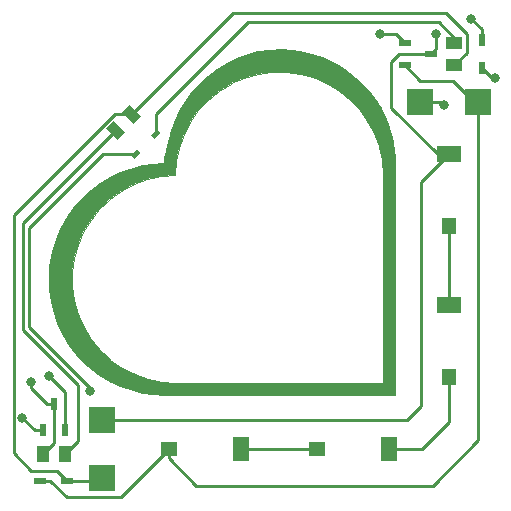
<source format=gbr>
%TF.GenerationSoftware,KiCad,Pcbnew,(5.1.12-1-g0a0a2da680)-1*%
%TF.CreationDate,2021-11-24T18:51:26+01:00*%
%TF.ProjectId,loveu,6c6f7665-752e-46b6-9963-61645f706362,rev?*%
%TF.SameCoordinates,Original*%
%TF.FileFunction,Copper,L1,Top*%
%TF.FilePolarity,Positive*%
%FSLAX46Y46*%
G04 Gerber Fmt 4.6, Leading zero omitted, Abs format (unit mm)*
G04 Created by KiCad (PCBNEW (5.1.12-1-g0a0a2da680)-1) date 2021-11-24 18:51:26*
%MOMM*%
%LPD*%
G01*
G04 APERTURE LIST*
%TA.AperFunction,SMDPad,CuDef*%
%ADD10C,0.100000*%
%TD*%
%TA.AperFunction,SMDPad,CuDef*%
%ADD11R,1.000000X1.450000*%
%TD*%
%TA.AperFunction,SMDPad,CuDef*%
%ADD12R,1.450000X1.000000*%
%TD*%
%TA.AperFunction,SMDPad,CuDef*%
%ADD13R,1.050000X0.600000*%
%TD*%
%TA.AperFunction,SMDPad,CuDef*%
%ADD14R,0.600000X1.050000*%
%TD*%
%TA.AperFunction,SMDPad,CuDef*%
%ADD15R,0.500000X1.075000*%
%TD*%
%TA.AperFunction,SMDPad,CuDef*%
%ADD16R,1.075000X0.500000*%
%TD*%
%TA.AperFunction,SMDPad,CuDef*%
%ADD17R,2.300000X2.300000*%
%TD*%
%TA.AperFunction,SMDPad,CuDef*%
%ADD18R,2.000000X1.400000*%
%TD*%
%TA.AperFunction,SMDPad,CuDef*%
%ADD19R,1.200000X1.400000*%
%TD*%
%TA.AperFunction,SMDPad,CuDef*%
%ADD20R,1.400000X2.000000*%
%TD*%
%TA.AperFunction,SMDPad,CuDef*%
%ADD21R,1.400000X1.200000*%
%TD*%
%TA.AperFunction,ViaPad*%
%ADD22C,0.800000*%
%TD*%
%TA.AperFunction,Conductor*%
%ADD23C,0.250000*%
%TD*%
%TA.AperFunction,NonConductor*%
%ADD24C,0.025400*%
%TD*%
%TA.AperFunction,NonConductor*%
%ADD25C,0.100000*%
%TD*%
G04 APERTURE END LIST*
%TA.AperFunction,SMDPad,CuDef*%
D10*
%TO.P,DP1,2*%
%TO.N,Net-(DP1-Pad2)*%
G36*
X119951579Y-82645406D02*
G01*
X119442462Y-83154523D01*
X119145477Y-82857538D01*
X119654594Y-82348421D01*
X119951579Y-82645406D01*
G37*
%TD.AperFunction*%
%TA.AperFunction,SMDPad,CuDef*%
%TO.P,DP1,1*%
%TO.N,Net-(DP1-Pad1)*%
G36*
X118254523Y-84342462D02*
G01*
X117745406Y-84851579D01*
X117448421Y-84554594D01*
X117957538Y-84045477D01*
X118254523Y-84342462D01*
G37*
%TD.AperFunction*%
%TD*%
%TA.AperFunction,SMDPad,CuDef*%
%TO.P,LED1,2*%
%TO.N,Net-(C1-Pad1)*%
G36*
X117698528Y-81891422D02*
G01*
X116708578Y-80901472D01*
X117344974Y-80265076D01*
X118334924Y-81255026D01*
X117698528Y-81891422D01*
G37*
%TD.AperFunction*%
%TA.AperFunction,SMDPad,CuDef*%
%TO.P,LED1,1*%
%TO.N,Net-(LED1-Pad1)*%
G36*
X116355026Y-83234924D02*
G01*
X115365076Y-82244974D01*
X116001472Y-81608578D01*
X116991422Y-82598528D01*
X116355026Y-83234924D01*
G37*
%TD.AperFunction*%
%TD*%
D11*
%TO.P,R2,2*%
%TO.N,Net-(Q1-Pad3)*%
X109968410Y-109838487D03*
%TO.P,R2,1*%
%TO.N,Net-(LED1-Pad1)*%
X111868410Y-109838487D03*
%TD*%
D12*
%TO.P,R1,1*%
%TO.N,Net-(C1-Pad1)*%
X144838487Y-76931590D03*
%TO.P,R1,2*%
%TO.N,Net-(DP1-Pad2)*%
X144838487Y-75031590D03*
%TD*%
D13*
%TO.P,Q2,1*%
%TO.N,Net-(Q1-Pad3)*%
X140638487Y-75031590D03*
%TO.P,Q2,2*%
%TO.N,Net-(BPW1-Pad1)*%
X140638487Y-76931590D03*
%TO.P,Q2,3*%
%TO.N,Net-(BPW4-Pad2)*%
X142838487Y-75981590D03*
%TD*%
D14*
%TO.P,Q1,3*%
%TO.N,Net-(Q1-Pad3)*%
X110918410Y-105638487D03*
%TO.P,Q1,2*%
%TO.N,Net-(C2-Pad2)*%
X111868410Y-107838487D03*
%TO.P,Q1,1*%
%TO.N,Net-(DP1-Pad1)*%
X109968410Y-107838487D03*
%TD*%
D15*
%TO.P,D2,1*%
%TO.N,Net-(BPW4-Pad2)*%
X147138486Y-74819589D03*
%TO.P,D2,2*%
%TO.N,Net-(C2-Pad2)*%
X147138486Y-77143589D03*
%TD*%
D16*
%TO.P,D1,1*%
%TO.N,Net-(C1-Pad1)*%
X112080409Y-112138486D03*
%TO.P,D1,2*%
%TO.N,Net-(BPW1-Pad1)*%
X109756409Y-112138486D03*
%TD*%
D17*
%TO.P,C2,2*%
%TO.N,Net-(C2-Pad2)*%
X141925000Y-80000000D03*
%TO.P,C2,1*%
%TO.N,Net-(BPW1-Pad1)*%
X146825000Y-80000000D03*
%TD*%
%TO.P,C1,2*%
%TO.N,Net-(BPW4-Pad2)*%
X115000000Y-106925000D03*
%TO.P,C1,1*%
%TO.N,Net-(C1-Pad1)*%
X115000000Y-111825000D03*
%TD*%
D18*
%TO.P,BPW4,2*%
%TO.N,Net-(BPW4-Pad2)*%
X144370000Y-84450000D03*
D19*
%TO.P,BPW4,1*%
%TO.N,Net-(BPW3-Pad2)*%
X144370000Y-90550000D03*
%TD*%
D18*
%TO.P,BPW3,2*%
%TO.N,Net-(BPW3-Pad2)*%
X144375000Y-97200000D03*
D19*
%TO.P,BPW3,1*%
%TO.N,Net-(BPW2-Pad2)*%
X144375000Y-103300000D03*
%TD*%
D20*
%TO.P,BPW2,2*%
%TO.N,Net-(BPW2-Pad2)*%
X139300000Y-109375000D03*
D21*
%TO.P,BPW2,1*%
%TO.N,Net-(BPW1-Pad2)*%
X133200000Y-109375000D03*
%TD*%
D20*
%TO.P,BPW1,2*%
%TO.N,Net-(BPW1-Pad2)*%
X126800000Y-109375000D03*
D21*
%TO.P,BPW1,1*%
%TO.N,Net-(BPW1-Pad1)*%
X120700000Y-109375000D03*
%TD*%
D22*
%TO.N,Net-(BPW4-Pad2)*%
X146250000Y-73000000D03*
X143250000Y-74250000D03*
%TO.N,Net-(C2-Pad2)*%
X144000000Y-80250000D03*
X148250000Y-78000000D03*
X110500000Y-103250000D03*
%TO.N,Net-(DP1-Pad1)*%
X114000000Y-104500000D03*
X108250000Y-106750000D03*
%TO.N,Net-(Q1-Pad3)*%
X109000000Y-103750000D03*
X138500000Y-74250000D03*
%TD*%
D23*
%TO.N,Net-(BPW1-Pad2)*%
X133200000Y-109375000D02*
X126800000Y-109375000D01*
%TO.N,Net-(BPW1-Pad1)*%
X146825000Y-80000000D02*
X146500000Y-80000000D01*
X146500000Y-80000000D02*
X144750000Y-78250000D01*
X141956897Y-78250000D02*
X140638487Y-76931590D01*
X144750000Y-78250000D02*
X141956897Y-78250000D01*
X109756409Y-112138486D02*
X110638486Y-112138486D01*
X110638486Y-112138486D02*
X112000000Y-113500000D01*
X116575000Y-113500000D02*
X120700000Y-109375000D01*
X112000000Y-113500000D02*
X116575000Y-113500000D01*
X120700000Y-109375000D02*
X120700000Y-110200000D01*
X120700000Y-110200000D02*
X123000000Y-112500000D01*
X123000000Y-112500000D02*
X143000000Y-112500000D01*
X146825000Y-108675000D02*
X146825000Y-80000000D01*
X143000000Y-112500000D02*
X146825000Y-108675000D01*
%TO.N,Net-(BPW2-Pad2)*%
X144375000Y-103300000D02*
X144375000Y-107125000D01*
X142125000Y-109375000D02*
X139300000Y-109375000D01*
X144375000Y-107125000D02*
X142125000Y-109375000D01*
%TO.N,Net-(BPW3-Pad2)*%
X144370000Y-97195000D02*
X144375000Y-97200000D01*
X144370000Y-90550000D02*
X144370000Y-97195000D01*
%TO.N,Net-(BPW4-Pad2)*%
X147138486Y-73888486D02*
X146250000Y-73000000D01*
X147138486Y-74819589D02*
X147138486Y-73888486D01*
X143250000Y-75570077D02*
X142838487Y-75981590D01*
X143250000Y-74250000D02*
X143250000Y-75570077D01*
X140178485Y-75981590D02*
X139500000Y-76660075D01*
X142838487Y-75981590D02*
X140178485Y-75981590D01*
X139500000Y-76660075D02*
X139500000Y-80500000D01*
X143450000Y-84450000D02*
X144370000Y-84450000D01*
X139500000Y-80500000D02*
X143450000Y-84450000D01*
X144370000Y-84450000D02*
X142000000Y-86820000D01*
X142000000Y-86820000D02*
X142000000Y-105750000D01*
X140825000Y-106925000D02*
X115000000Y-106925000D01*
X142000000Y-105750000D02*
X140825000Y-106925000D01*
%TO.N,Net-(C1-Pad1)*%
X114686514Y-112138486D02*
X115000000Y-111825000D01*
X112080409Y-112138486D02*
X114686514Y-112138486D01*
X126100000Y-72500000D02*
X117521751Y-81078249D01*
X144116899Y-72500000D02*
X126100000Y-72500000D01*
X145888488Y-74271589D02*
X144116899Y-72500000D01*
X145888488Y-75881589D02*
X145888488Y-74271589D01*
X144838487Y-76931590D02*
X145888488Y-75881589D01*
X116072165Y-81078249D02*
X117521751Y-81078249D01*
X107524999Y-89625415D02*
X116072165Y-81078249D01*
X107524999Y-109774999D02*
X107524999Y-89625415D01*
X109000000Y-111250000D02*
X107524999Y-109774999D01*
X111191923Y-111250000D02*
X109000000Y-111250000D01*
X112080409Y-112138486D02*
X111191923Y-111250000D01*
%TO.N,Net-(C2-Pad2)*%
X143750000Y-80000000D02*
X144000000Y-80250000D01*
X141925000Y-80000000D02*
X143750000Y-80000000D01*
X147994897Y-78000000D02*
X147138486Y-77143589D01*
X148250000Y-78000000D02*
X147994897Y-78000000D01*
X111868410Y-104618410D02*
X111868410Y-107838487D01*
X110500000Y-103250000D02*
X111868410Y-104618410D01*
%TO.N,Net-(DP1-Pad2)*%
X119548528Y-81051472D02*
X119548528Y-82751472D01*
X127350000Y-73250000D02*
X119548528Y-81051472D01*
X143500000Y-73250000D02*
X127350000Y-73250000D01*
X144838487Y-74588487D02*
X143500000Y-73250000D01*
X144838487Y-75031590D02*
X144838487Y-74588487D01*
%TO.N,Net-(DP1-Pad1)*%
X109338487Y-107838487D02*
X108250000Y-106750000D01*
X109968410Y-107838487D02*
X109338487Y-107838487D01*
X116687882Y-84448528D02*
X117851472Y-84448528D01*
X115051472Y-84448528D02*
X116687882Y-84448528D01*
X108800010Y-90699990D02*
X115051472Y-84448528D01*
X108800010Y-99050010D02*
X108800010Y-90699990D01*
X114000000Y-104250000D02*
X108800010Y-99050010D01*
X114000000Y-104500000D02*
X114000000Y-104250000D01*
%TO.N,Net-(LED1-Pad1)*%
X113000000Y-108706897D02*
X111868410Y-109838487D01*
X113000000Y-104000000D02*
X113000000Y-108706897D01*
X108350000Y-90350000D02*
X108350000Y-99350000D01*
X108350000Y-99350000D02*
X113000000Y-104000000D01*
X108300000Y-90300000D02*
X108350000Y-90350000D01*
X116178249Y-82421751D02*
X108300000Y-90300000D01*
%TO.N,Net-(Q1-Pad3)*%
X110918410Y-108888487D02*
X110918410Y-105638487D01*
X109968410Y-109838487D02*
X110918410Y-108888487D01*
X110918410Y-105638487D02*
X110388487Y-105638487D01*
X109000000Y-104250000D02*
X109000000Y-103750000D01*
X110388487Y-105638487D02*
X109000000Y-104250000D01*
X139856897Y-74250000D02*
X140638487Y-75031590D01*
X138500000Y-74250000D02*
X139856897Y-74250000D01*
%TD*%
D24*
X131128610Y-75622646D02*
X132067411Y-75782442D01*
X133036338Y-76022177D01*
X133655176Y-76241764D01*
X133974610Y-76391499D01*
X133974638Y-76391513D01*
X134704054Y-76731241D01*
X135423040Y-77160636D01*
X135772437Y-77410204D01*
X136371945Y-77869828D01*
X136781196Y-78229170D01*
X137190781Y-78658734D01*
X137330694Y-78808642D01*
X137460694Y-78948642D01*
X137460735Y-78948686D01*
X137610193Y-79108107D01*
X137689729Y-79217470D01*
X137689840Y-79217620D01*
X137779777Y-79337536D01*
X137939729Y-79557470D01*
X137939759Y-79557510D01*
X138049729Y-79707470D01*
X138129729Y-79817470D01*
X138179541Y-79887207D01*
X138279308Y-80036857D01*
X138439184Y-80296656D01*
X138439285Y-80296818D01*
X138509123Y-80406563D01*
X138588801Y-80546000D01*
X138888554Y-81145506D01*
X138958491Y-81295371D01*
X138958492Y-81295371D01*
X139018469Y-81425322D01*
X139018641Y-81425680D01*
X139078345Y-81545087D01*
X139108025Y-81624235D01*
X139387893Y-82463839D01*
X139417816Y-82563584D01*
X139467743Y-82733335D01*
X139487679Y-82813080D01*
X139487836Y-82813649D01*
X139517748Y-82913354D01*
X139537649Y-82992960D01*
X139567625Y-83122856D01*
X139567679Y-83123080D01*
X139607580Y-83282683D01*
X139627505Y-83392272D01*
X139627518Y-83392340D01*
X139657466Y-83552065D01*
X139677416Y-83691712D01*
X139707407Y-83921643D01*
X139707416Y-83921716D01*
X139737416Y-84141716D01*
X139737473Y-84142088D01*
X139767362Y-84321420D01*
X139777322Y-84490746D01*
X139777330Y-84490874D01*
X139817300Y-85070442D01*
X139827294Y-104837313D01*
X120575365Y-104857300D01*
X120240757Y-104837323D01*
X120240682Y-104837318D01*
X119311442Y-104787359D01*
X118402637Y-104627569D01*
X117353682Y-104367828D01*
X116494901Y-104058267D01*
X115636066Y-103648822D01*
X114757109Y-103109462D01*
X113958054Y-102520160D01*
X113329084Y-101951091D01*
X112669823Y-101191943D01*
X112150468Y-100522773D01*
X111681214Y-99753995D01*
X111221768Y-98765188D01*
X110902186Y-97866364D01*
X110672462Y-96917503D01*
X110522660Y-95978746D01*
X110482713Y-94980070D01*
X110510016Y-94450385D01*
X112479566Y-94450385D01*
X112479567Y-94450780D01*
X112485799Y-95641031D01*
X112485967Y-95643316D01*
X112486120Y-95645755D01*
X112486174Y-95646146D01*
X112653884Y-96824538D01*
X112654369Y-96826820D01*
X112654844Y-96829175D01*
X112654950Y-96829555D01*
X112981035Y-97974285D01*
X112981830Y-97976493D01*
X112982616Y-97978748D01*
X112982773Y-97979110D01*
X113461198Y-99068993D01*
X113462302Y-99071104D01*
X113463370Y-99073200D01*
X113463574Y-99073538D01*
X114085488Y-100088409D01*
X114086851Y-100090327D01*
X114088210Y-100092282D01*
X114088458Y-100092588D01*
X114842351Y-101013666D01*
X114843977Y-101015397D01*
X114845574Y-101017134D01*
X114845862Y-101017404D01*
X115717784Y-101827644D01*
X115719616Y-101829128D01*
X115721447Y-101830642D01*
X115721769Y-101830871D01*
X116695586Y-102515281D01*
X116697592Y-102516496D01*
X116699623Y-102517755D01*
X116699973Y-102517938D01*
X117757664Y-103063854D01*
X117759837Y-103064794D01*
X117762000Y-103065757D01*
X117762371Y-103065891D01*
X118884368Y-103463210D01*
X118886611Y-103463836D01*
X118888921Y-103464507D01*
X118889307Y-103464589D01*
X120054844Y-103705961D01*
X120057147Y-103706276D01*
X120059531Y-103706628D01*
X120059925Y-103706657D01*
X121246894Y-103787576D01*
X121248152Y-103787700D01*
X138748153Y-103787700D01*
X138750000Y-103787882D01*
X138757390Y-103787154D01*
X138764497Y-103784998D01*
X138771046Y-103781498D01*
X138776787Y-103776787D01*
X138781498Y-103771046D01*
X138784998Y-103764497D01*
X138787154Y-103757390D01*
X138787700Y-103751847D01*
X138787882Y-103750000D01*
X138787700Y-103748153D01*
X138787700Y-86248153D01*
X138787690Y-86248050D01*
X138787219Y-86158175D01*
X138787133Y-86157002D01*
X138787133Y-86155808D01*
X138787104Y-86155414D01*
X138693717Y-84968816D01*
X138693377Y-84966517D01*
X138693050Y-84964129D01*
X138692968Y-84963743D01*
X138439405Y-83800797D01*
X138438752Y-83798550D01*
X138438108Y-83796244D01*
X138437974Y-83795872D01*
X138028927Y-82678098D01*
X138027979Y-82675970D01*
X138027024Y-82673763D01*
X138026841Y-82673413D01*
X137469879Y-81621496D01*
X137468637Y-81619492D01*
X137467406Y-81617460D01*
X137467177Y-81617138D01*
X136772607Y-80650541D01*
X136771105Y-80648726D01*
X136769608Y-80646877D01*
X136769338Y-80646589D01*
X135950012Y-79783199D01*
X135948248Y-79781577D01*
X135946544Y-79779977D01*
X135946237Y-79779728D01*
X135017316Y-79035522D01*
X135015401Y-79034191D01*
X135013442Y-79032799D01*
X135013112Y-79032600D01*
X135013105Y-79032595D01*
X135013098Y-79032592D01*
X133991777Y-78421344D01*
X133989697Y-78420284D01*
X133987571Y-78419173D01*
X133987208Y-78419016D01*
X132892374Y-77952030D01*
X132890210Y-77951277D01*
X132887911Y-77950449D01*
X132887531Y-77950343D01*
X131739450Y-77636263D01*
X131737157Y-77635801D01*
X131734814Y-77635303D01*
X131734423Y-77635250D01*
X130554338Y-77479889D01*
X130552045Y-77479745D01*
X130549614Y-77479566D01*
X130549219Y-77479567D01*
X129358969Y-77485799D01*
X129356633Y-77485970D01*
X129354245Y-77486121D01*
X129353854Y-77486174D01*
X128175461Y-77653884D01*
X128173160Y-77654373D01*
X128170825Y-77654844D01*
X128170445Y-77654950D01*
X127025715Y-77981035D01*
X127023507Y-77981830D01*
X127021252Y-77982616D01*
X127020889Y-77982773D01*
X125931007Y-78461199D01*
X125928937Y-78462281D01*
X125926800Y-78463370D01*
X125926462Y-78463574D01*
X124911592Y-79085487D01*
X124909674Y-79086850D01*
X124907719Y-79088209D01*
X124907412Y-79088458D01*
X123986335Y-79842351D01*
X123984677Y-79843909D01*
X123982867Y-79845573D01*
X123982596Y-79845861D01*
X123172356Y-80717784D01*
X123170876Y-80719611D01*
X123169357Y-80721448D01*
X123169128Y-80721770D01*
X122484719Y-81695586D01*
X122483516Y-81697573D01*
X122482245Y-81699623D01*
X122482062Y-81699973D01*
X121936146Y-82757665D01*
X121935214Y-82759819D01*
X121934243Y-82762000D01*
X121934109Y-82762371D01*
X121536790Y-83884367D01*
X121536164Y-83886610D01*
X121535493Y-83888920D01*
X121535411Y-83889306D01*
X121294039Y-85054844D01*
X121293723Y-85057153D01*
X121293372Y-85059531D01*
X121293343Y-85059925D01*
X121214770Y-86212485D01*
X121158175Y-86212781D01*
X121157002Y-86212867D01*
X121155808Y-86212867D01*
X121155414Y-86212896D01*
X119968816Y-86306283D01*
X119966517Y-86306623D01*
X119964129Y-86306950D01*
X119963743Y-86307032D01*
X118800797Y-86560595D01*
X118798550Y-86561248D01*
X118796244Y-86561892D01*
X118795872Y-86562026D01*
X117678098Y-86971073D01*
X117675970Y-86972021D01*
X117673763Y-86972976D01*
X117673413Y-86973159D01*
X116621496Y-87530121D01*
X116619492Y-87531363D01*
X116617460Y-87532594D01*
X116617138Y-87532823D01*
X115650541Y-88227393D01*
X115648726Y-88228895D01*
X115646877Y-88230392D01*
X115646589Y-88230662D01*
X114783199Y-89049988D01*
X114781577Y-89051752D01*
X114779977Y-89053456D01*
X114779728Y-89053763D01*
X114035522Y-89982684D01*
X114034191Y-89984599D01*
X114032799Y-89986558D01*
X114032600Y-89986888D01*
X114032595Y-89986895D01*
X114032592Y-89986902D01*
X113421344Y-91008223D01*
X113420284Y-91010303D01*
X113419173Y-91012429D01*
X113419016Y-91012792D01*
X112952030Y-92107626D01*
X112951277Y-92109790D01*
X112950449Y-92112089D01*
X112950343Y-92112469D01*
X112636263Y-93260550D01*
X112635801Y-93262843D01*
X112635303Y-93265186D01*
X112635250Y-93265577D01*
X112479889Y-94445662D01*
X112479745Y-94447948D01*
X112479566Y-94450385D01*
X110510016Y-94450385D01*
X110532645Y-94011399D01*
X110692440Y-93072598D01*
X110922179Y-92143657D01*
X111241741Y-91244887D01*
X111481371Y-90745659D01*
X111681142Y-90356106D01*
X112130598Y-89587036D01*
X112370160Y-89267620D01*
X112370262Y-89267482D01*
X112719845Y-88788053D01*
X113358934Y-88089051D01*
X114078058Y-87449829D01*
X114817092Y-86890560D01*
X115675987Y-86381215D01*
X116534878Y-85971744D01*
X117403754Y-85662144D01*
X118392495Y-85402475D01*
X119321172Y-85272660D01*
X120200577Y-85232687D01*
X120203041Y-85232331D01*
X120205388Y-85231500D01*
X120207528Y-85230228D01*
X120209379Y-85228563D01*
X120210869Y-85226569D01*
X120211942Y-85224322D01*
X120212527Y-85222088D01*
X120252512Y-84982178D01*
X120292504Y-84757223D01*
X120292508Y-84757199D01*
X120332461Y-84529968D01*
X120382404Y-84302726D01*
X120382433Y-84302590D01*
X120432433Y-84062590D01*
X120482386Y-83832810D01*
X120592270Y-83363302D01*
X120662150Y-83133698D01*
X120662160Y-83133665D01*
X120882160Y-82403665D01*
X120942027Y-82214088D01*
X121181731Y-81554902D01*
X121611133Y-80646166D01*
X122290394Y-79587318D01*
X122659787Y-79108106D01*
X123309004Y-78378986D01*
X123968084Y-77789808D01*
X124717170Y-77220503D01*
X125566019Y-76701207D01*
X126424791Y-76301778D01*
X127333684Y-75982167D01*
X128232484Y-75752474D01*
X129211162Y-75612663D01*
X130149946Y-75572714D01*
X131128610Y-75622646D01*
%TA.AperFunction,NonConductor*%
D25*
G36*
X131128610Y-75622646D02*
G01*
X132067411Y-75782442D01*
X133036338Y-76022177D01*
X133655176Y-76241764D01*
X133974610Y-76391499D01*
X133974638Y-76391513D01*
X134704054Y-76731241D01*
X135423040Y-77160636D01*
X135772437Y-77410204D01*
X136371945Y-77869828D01*
X136781196Y-78229170D01*
X137190781Y-78658734D01*
X137330694Y-78808642D01*
X137460694Y-78948642D01*
X137460735Y-78948686D01*
X137610193Y-79108107D01*
X137689729Y-79217470D01*
X137689840Y-79217620D01*
X137779777Y-79337536D01*
X137939729Y-79557470D01*
X137939759Y-79557510D01*
X138049729Y-79707470D01*
X138129729Y-79817470D01*
X138179541Y-79887207D01*
X138279308Y-80036857D01*
X138439184Y-80296656D01*
X138439285Y-80296818D01*
X138509123Y-80406563D01*
X138588801Y-80546000D01*
X138888554Y-81145506D01*
X138958491Y-81295371D01*
X138958492Y-81295371D01*
X139018469Y-81425322D01*
X139018641Y-81425680D01*
X139078345Y-81545087D01*
X139108025Y-81624235D01*
X139387893Y-82463839D01*
X139417816Y-82563584D01*
X139467743Y-82733335D01*
X139487679Y-82813080D01*
X139487836Y-82813649D01*
X139517748Y-82913354D01*
X139537649Y-82992960D01*
X139567625Y-83122856D01*
X139567679Y-83123080D01*
X139607580Y-83282683D01*
X139627505Y-83392272D01*
X139627518Y-83392340D01*
X139657466Y-83552065D01*
X139677416Y-83691712D01*
X139707407Y-83921643D01*
X139707416Y-83921716D01*
X139737416Y-84141716D01*
X139737473Y-84142088D01*
X139767362Y-84321420D01*
X139777322Y-84490746D01*
X139777330Y-84490874D01*
X139817300Y-85070442D01*
X139827294Y-104837313D01*
X120575365Y-104857300D01*
X120240757Y-104837323D01*
X120240682Y-104837318D01*
X119311442Y-104787359D01*
X118402637Y-104627569D01*
X117353682Y-104367828D01*
X116494901Y-104058267D01*
X115636066Y-103648822D01*
X114757109Y-103109462D01*
X113958054Y-102520160D01*
X113329084Y-101951091D01*
X112669823Y-101191943D01*
X112150468Y-100522773D01*
X111681214Y-99753995D01*
X111221768Y-98765188D01*
X110902186Y-97866364D01*
X110672462Y-96917503D01*
X110522660Y-95978746D01*
X110482713Y-94980070D01*
X110510016Y-94450385D01*
X112479566Y-94450385D01*
X112479567Y-94450780D01*
X112485799Y-95641031D01*
X112485967Y-95643316D01*
X112486120Y-95645755D01*
X112486174Y-95646146D01*
X112653884Y-96824538D01*
X112654369Y-96826820D01*
X112654844Y-96829175D01*
X112654950Y-96829555D01*
X112981035Y-97974285D01*
X112981830Y-97976493D01*
X112982616Y-97978748D01*
X112982773Y-97979110D01*
X113461198Y-99068993D01*
X113462302Y-99071104D01*
X113463370Y-99073200D01*
X113463574Y-99073538D01*
X114085488Y-100088409D01*
X114086851Y-100090327D01*
X114088210Y-100092282D01*
X114088458Y-100092588D01*
X114842351Y-101013666D01*
X114843977Y-101015397D01*
X114845574Y-101017134D01*
X114845862Y-101017404D01*
X115717784Y-101827644D01*
X115719616Y-101829128D01*
X115721447Y-101830642D01*
X115721769Y-101830871D01*
X116695586Y-102515281D01*
X116697592Y-102516496D01*
X116699623Y-102517755D01*
X116699973Y-102517938D01*
X117757664Y-103063854D01*
X117759837Y-103064794D01*
X117762000Y-103065757D01*
X117762371Y-103065891D01*
X118884368Y-103463210D01*
X118886611Y-103463836D01*
X118888921Y-103464507D01*
X118889307Y-103464589D01*
X120054844Y-103705961D01*
X120057147Y-103706276D01*
X120059531Y-103706628D01*
X120059925Y-103706657D01*
X121246894Y-103787576D01*
X121248152Y-103787700D01*
X138748153Y-103787700D01*
X138750000Y-103787882D01*
X138757390Y-103787154D01*
X138764497Y-103784998D01*
X138771046Y-103781498D01*
X138776787Y-103776787D01*
X138781498Y-103771046D01*
X138784998Y-103764497D01*
X138787154Y-103757390D01*
X138787700Y-103751847D01*
X138787882Y-103750000D01*
X138787700Y-103748153D01*
X138787700Y-86248153D01*
X138787690Y-86248050D01*
X138787219Y-86158175D01*
X138787133Y-86157002D01*
X138787133Y-86155808D01*
X138787104Y-86155414D01*
X138693717Y-84968816D01*
X138693377Y-84966517D01*
X138693050Y-84964129D01*
X138692968Y-84963743D01*
X138439405Y-83800797D01*
X138438752Y-83798550D01*
X138438108Y-83796244D01*
X138437974Y-83795872D01*
X138028927Y-82678098D01*
X138027979Y-82675970D01*
X138027024Y-82673763D01*
X138026841Y-82673413D01*
X137469879Y-81621496D01*
X137468637Y-81619492D01*
X137467406Y-81617460D01*
X137467177Y-81617138D01*
X136772607Y-80650541D01*
X136771105Y-80648726D01*
X136769608Y-80646877D01*
X136769338Y-80646589D01*
X135950012Y-79783199D01*
X135948248Y-79781577D01*
X135946544Y-79779977D01*
X135946237Y-79779728D01*
X135017316Y-79035522D01*
X135015401Y-79034191D01*
X135013442Y-79032799D01*
X135013112Y-79032600D01*
X135013105Y-79032595D01*
X135013098Y-79032592D01*
X133991777Y-78421344D01*
X133989697Y-78420284D01*
X133987571Y-78419173D01*
X133987208Y-78419016D01*
X132892374Y-77952030D01*
X132890210Y-77951277D01*
X132887911Y-77950449D01*
X132887531Y-77950343D01*
X131739450Y-77636263D01*
X131737157Y-77635801D01*
X131734814Y-77635303D01*
X131734423Y-77635250D01*
X130554338Y-77479889D01*
X130552045Y-77479745D01*
X130549614Y-77479566D01*
X130549219Y-77479567D01*
X129358969Y-77485799D01*
X129356633Y-77485970D01*
X129354245Y-77486121D01*
X129353854Y-77486174D01*
X128175461Y-77653884D01*
X128173160Y-77654373D01*
X128170825Y-77654844D01*
X128170445Y-77654950D01*
X127025715Y-77981035D01*
X127023507Y-77981830D01*
X127021252Y-77982616D01*
X127020889Y-77982773D01*
X125931007Y-78461199D01*
X125928937Y-78462281D01*
X125926800Y-78463370D01*
X125926462Y-78463574D01*
X124911592Y-79085487D01*
X124909674Y-79086850D01*
X124907719Y-79088209D01*
X124907412Y-79088458D01*
X123986335Y-79842351D01*
X123984677Y-79843909D01*
X123982867Y-79845573D01*
X123982596Y-79845861D01*
X123172356Y-80717784D01*
X123170876Y-80719611D01*
X123169357Y-80721448D01*
X123169128Y-80721770D01*
X122484719Y-81695586D01*
X122483516Y-81697573D01*
X122482245Y-81699623D01*
X122482062Y-81699973D01*
X121936146Y-82757665D01*
X121935214Y-82759819D01*
X121934243Y-82762000D01*
X121934109Y-82762371D01*
X121536790Y-83884367D01*
X121536164Y-83886610D01*
X121535493Y-83888920D01*
X121535411Y-83889306D01*
X121294039Y-85054844D01*
X121293723Y-85057153D01*
X121293372Y-85059531D01*
X121293343Y-85059925D01*
X121214770Y-86212485D01*
X121158175Y-86212781D01*
X121157002Y-86212867D01*
X121155808Y-86212867D01*
X121155414Y-86212896D01*
X119968816Y-86306283D01*
X119966517Y-86306623D01*
X119964129Y-86306950D01*
X119963743Y-86307032D01*
X118800797Y-86560595D01*
X118798550Y-86561248D01*
X118796244Y-86561892D01*
X118795872Y-86562026D01*
X117678098Y-86971073D01*
X117675970Y-86972021D01*
X117673763Y-86972976D01*
X117673413Y-86973159D01*
X116621496Y-87530121D01*
X116619492Y-87531363D01*
X116617460Y-87532594D01*
X116617138Y-87532823D01*
X115650541Y-88227393D01*
X115648726Y-88228895D01*
X115646877Y-88230392D01*
X115646589Y-88230662D01*
X114783199Y-89049988D01*
X114781577Y-89051752D01*
X114779977Y-89053456D01*
X114779728Y-89053763D01*
X114035522Y-89982684D01*
X114034191Y-89984599D01*
X114032799Y-89986558D01*
X114032600Y-89986888D01*
X114032595Y-89986895D01*
X114032592Y-89986902D01*
X113421344Y-91008223D01*
X113420284Y-91010303D01*
X113419173Y-91012429D01*
X113419016Y-91012792D01*
X112952030Y-92107626D01*
X112951277Y-92109790D01*
X112950449Y-92112089D01*
X112950343Y-92112469D01*
X112636263Y-93260550D01*
X112635801Y-93262843D01*
X112635303Y-93265186D01*
X112635250Y-93265577D01*
X112479889Y-94445662D01*
X112479745Y-94447948D01*
X112479566Y-94450385D01*
X110510016Y-94450385D01*
X110532645Y-94011399D01*
X110692440Y-93072598D01*
X110922179Y-92143657D01*
X111241741Y-91244887D01*
X111481371Y-90745659D01*
X111681142Y-90356106D01*
X112130598Y-89587036D01*
X112370160Y-89267620D01*
X112370262Y-89267482D01*
X112719845Y-88788053D01*
X113358934Y-88089051D01*
X114078058Y-87449829D01*
X114817092Y-86890560D01*
X115675987Y-86381215D01*
X116534878Y-85971744D01*
X117403754Y-85662144D01*
X118392495Y-85402475D01*
X119321172Y-85272660D01*
X120200577Y-85232687D01*
X120203041Y-85232331D01*
X120205388Y-85231500D01*
X120207528Y-85230228D01*
X120209379Y-85228563D01*
X120210869Y-85226569D01*
X120211942Y-85224322D01*
X120212527Y-85222088D01*
X120252512Y-84982178D01*
X120292504Y-84757223D01*
X120292508Y-84757199D01*
X120332461Y-84529968D01*
X120382404Y-84302726D01*
X120382433Y-84302590D01*
X120432433Y-84062590D01*
X120482386Y-83832810D01*
X120592270Y-83363302D01*
X120662150Y-83133698D01*
X120662160Y-83133665D01*
X120882160Y-82403665D01*
X120942027Y-82214088D01*
X121181731Y-81554902D01*
X121611133Y-80646166D01*
X122290394Y-79587318D01*
X122659787Y-79108106D01*
X123309004Y-78378986D01*
X123968084Y-77789808D01*
X124717170Y-77220503D01*
X125566019Y-76701207D01*
X126424791Y-76301778D01*
X127333684Y-75982167D01*
X128232484Y-75752474D01*
X129211162Y-75612663D01*
X130149946Y-75572714D01*
X131128610Y-75622646D01*
G37*
%TD.AperFunction*%
M02*

</source>
